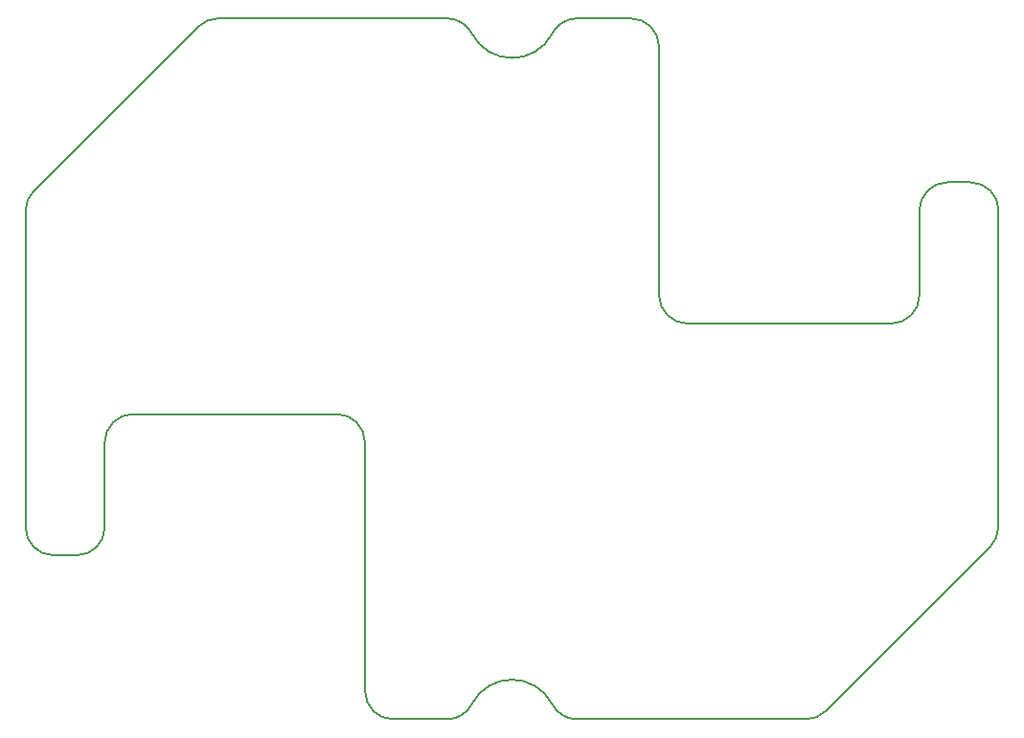
<source format=gm1>
G04*
G04 #@! TF.GenerationSoftware,Altium Limited,Altium Designer,20.1.10 (176)*
G04*
G04 Layer_Color=16711935*
%FSAX42Y42*%
%MOMM*%
G71*
G04*
G04 #@! TF.SameCoordinates,9C08BAFA-1892-4BA1-9AB8-C06810583842*
G04*
G04*
G04 #@! TF.FilePolarity,Positive*
G04*
G01*
G75*
%ADD10C,0.20*%
D10*
X001800Y006345D02*
G03*
X001623Y006272I000000J-000250D01*
G01*
X000170Y004818D02*
G03*
X000097Y004641I000177J-000177D01*
G01*
X000547Y001595D02*
G03*
X000797Y001845I000000J000250D01*
G01*
X000097D02*
G03*
X000347Y001595I000250J000000D01*
G01*
X001047Y002845D02*
G03*
X000797Y002595I000000J-000250D01*
G01*
X003097D02*
G03*
X002847Y002845I-000250J000000D01*
G01*
X003820Y000145D02*
G03*
X004042Y000280I000000J000250D01*
G01*
X003097Y000395D02*
G03*
X003347Y000145I000250J000000D01*
G01*
X004751Y000280D02*
G03*
X004042Y000280I-000355J-000185D01*
G01*
X004751D02*
G03*
X004973Y000145I000222J000115D01*
G01*
X006993D02*
G03*
X007170Y000218I000000J000250D01*
G01*
X008623Y001672D02*
G03*
X008697Y001849I-000177J000177D01*
G01*
Y004645D02*
G03*
X008447Y004895I-000250J000000D01*
G01*
X007747Y003645D02*
G03*
X007997Y003895I000000J000250D01*
G01*
X008247Y004895D02*
G03*
X007997Y004645I000000J-000250D01*
G01*
X005697Y003895D02*
G03*
X005947Y003645I000250J000000D01*
G01*
X005697Y006095D02*
G03*
X005447Y006345I-000250J000000D01*
G01*
X004973D02*
G03*
X004751Y006210I000000J-000250D01*
G01*
X004042D02*
G03*
X003820Y006345I-000222J-000115D01*
G01*
X004042Y006210D02*
G03*
X004751Y006210I000355J000185D01*
G01*
X004973Y006345D02*
X005447D01*
X001800D02*
X003820D01*
X005697Y003895D02*
Y006095D01*
X007170Y000218D02*
X008623Y001672D01*
X000097Y001845D02*
Y004641D01*
X000347Y001595D02*
X000547D01*
X000797Y001845D02*
Y002595D01*
X001047Y002845D02*
X002847D01*
X003097Y000395D02*
Y002595D01*
X003347Y000145D02*
X003820D01*
X004973D02*
X006993D01*
X008697Y001849D02*
Y004645D01*
X008247Y004895D02*
X008447D01*
X007997Y003895D02*
Y004645D01*
X005947Y003645D02*
X007747D01*
X000170Y004818D02*
X001623Y006272D01*
M02*

</source>
